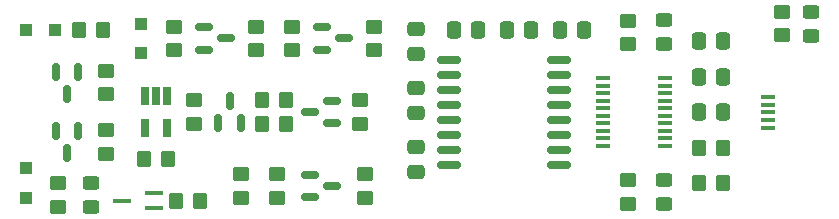
<source format=gbr>
%TF.GenerationSoftware,KiCad,Pcbnew,(6.0.7)*%
%TF.CreationDate,2022-10-12T10:01:19-04:00*%
%TF.ProjectId,minirib-usb,6d696e69-7269-4622-9d75-73622e6b6963,C*%
%TF.SameCoordinates,Original*%
%TF.FileFunction,Paste,Top*%
%TF.FilePolarity,Positive*%
%FSLAX46Y46*%
G04 Gerber Fmt 4.6, Leading zero omitted, Abs format (unit mm)*
G04 Created by KiCad (PCBNEW (6.0.7)) date 2022-10-12 10:01:19*
%MOMM*%
%LPD*%
G01*
G04 APERTURE LIST*
G04 Aperture macros list*
%AMRoundRect*
0 Rectangle with rounded corners*
0 $1 Rounding radius*
0 $2 $3 $4 $5 $6 $7 $8 $9 X,Y pos of 4 corners*
0 Add a 4 corners polygon primitive as box body*
4,1,4,$2,$3,$4,$5,$6,$7,$8,$9,$2,$3,0*
0 Add four circle primitives for the rounded corners*
1,1,$1+$1,$2,$3*
1,1,$1+$1,$4,$5*
1,1,$1+$1,$6,$7*
1,1,$1+$1,$8,$9*
0 Add four rect primitives between the rounded corners*
20,1,$1+$1,$2,$3,$4,$5,0*
20,1,$1+$1,$4,$5,$6,$7,0*
20,1,$1+$1,$6,$7,$8,$9,0*
20,1,$1+$1,$8,$9,$2,$3,0*%
G04 Aperture macros list end*
%ADD10RoundRect,0.250000X0.450000X-0.350000X0.450000X0.350000X-0.450000X0.350000X-0.450000X-0.350000X0*%
%ADD11RoundRect,0.250000X-0.475000X0.337500X-0.475000X-0.337500X0.475000X-0.337500X0.475000X0.337500X0*%
%ADD12RoundRect,0.150000X-0.875000X-0.150000X0.875000X-0.150000X0.875000X0.150000X-0.875000X0.150000X0*%
%ADD13RoundRect,0.250000X0.475000X-0.337500X0.475000X0.337500X-0.475000X0.337500X-0.475000X-0.337500X0*%
%ADD14R,1.300000X0.450000*%
%ADD15RoundRect,0.250000X-0.450000X0.350000X-0.450000X-0.350000X0.450000X-0.350000X0.450000X0.350000X0*%
%ADD16RoundRect,0.250000X0.337500X0.475000X-0.337500X0.475000X-0.337500X-0.475000X0.337500X-0.475000X0*%
%ADD17RoundRect,0.250000X-0.350000X-0.450000X0.350000X-0.450000X0.350000X0.450000X-0.350000X0.450000X0*%
%ADD18RoundRect,0.250000X0.450000X-0.325000X0.450000X0.325000X-0.450000X0.325000X-0.450000X-0.325000X0*%
%ADD19R,1.000000X1.000000*%
%ADD20R,0.650000X1.560000*%
%ADD21RoundRect,0.150000X0.150000X-0.587500X0.150000X0.587500X-0.150000X0.587500X-0.150000X-0.587500X0*%
%ADD22RoundRect,0.250000X-0.337500X-0.475000X0.337500X-0.475000X0.337500X0.475000X-0.337500X0.475000X0*%
%ADD23RoundRect,0.250000X0.350000X0.450000X-0.350000X0.450000X-0.350000X-0.450000X0.350000X-0.450000X0*%
%ADD24RoundRect,0.150000X-0.150000X0.587500X-0.150000X-0.587500X0.150000X-0.587500X0.150000X0.587500X0*%
%ADD25RoundRect,0.250000X-0.450000X0.325000X-0.450000X-0.325000X0.450000X-0.325000X0.450000X0.325000X0*%
%ADD26RoundRect,0.150000X0.587500X0.150000X-0.587500X0.150000X-0.587500X-0.150000X0.587500X-0.150000X0*%
%ADD27R,1.200000X0.400000*%
%ADD28R,1.500000X0.450000*%
%ADD29RoundRect,0.150000X-0.587500X-0.150000X0.587500X-0.150000X0.587500X0.150000X-0.587500X0.150000X0*%
G04 APERTURE END LIST*
D10*
%TO.C,R10*%
X118250000Y-103500000D03*
X118250000Y-101500000D03*
%TD*%
D11*
%TO.C,C7*%
X144500000Y-97962500D03*
X144500000Y-100037500D03*
%TD*%
D12*
%TO.C,U3*%
X147350000Y-95555000D03*
X147350000Y-96825000D03*
X147350000Y-98095000D03*
X147350000Y-99365000D03*
X147350000Y-100635000D03*
X147350000Y-101905000D03*
X147350000Y-103175000D03*
X147350000Y-104445000D03*
X156650000Y-104445000D03*
X156650000Y-103175000D03*
X156650000Y-101905000D03*
X156650000Y-100635000D03*
X156650000Y-99365000D03*
X156650000Y-98095000D03*
X156650000Y-96825000D03*
X156650000Y-95555000D03*
%TD*%
D13*
%TO.C,C9*%
X144500000Y-105037500D03*
X144500000Y-102962500D03*
%TD*%
D14*
%TO.C,J1*%
X174345000Y-101305000D03*
X174345000Y-100655000D03*
X174345000Y-100005000D03*
X174345000Y-99355000D03*
X174345000Y-98705000D03*
%TD*%
D15*
%TO.C,R3*%
X139750000Y-99000000D03*
X139750000Y-101000000D03*
%TD*%
D10*
%TO.C,R20*%
X134000000Y-94750000D03*
X134000000Y-92750000D03*
%TD*%
D16*
%TO.C,C6*%
X154287500Y-93000000D03*
X152212500Y-93000000D03*
%TD*%
D17*
%TO.C,R1*%
X168500000Y-103000000D03*
X170500000Y-103000000D03*
%TD*%
D10*
%TO.C,R14*%
X132750000Y-107250000D03*
X132750000Y-105250000D03*
%TD*%
D18*
%TO.C,D10*%
X165500000Y-94250000D03*
X165500000Y-92200000D03*
%TD*%
D13*
%TO.C,C8*%
X144500000Y-95037500D03*
X144500000Y-92962500D03*
%TD*%
D15*
%TO.C,R23*%
X162500000Y-92250000D03*
X162500000Y-94250000D03*
%TD*%
D19*
%TO.C,D7*%
X121250000Y-95000000D03*
X121250000Y-92500000D03*
%TD*%
D20*
%TO.C,U2*%
X123450000Y-98650000D03*
X122500000Y-98650000D03*
X121550000Y-98650000D03*
X121550000Y-101350000D03*
X123450000Y-101350000D03*
%TD*%
D10*
%TO.C,R13*%
X140250000Y-107250000D03*
X140250000Y-105250000D03*
%TD*%
D21*
%TO.C,Q2*%
X127800000Y-100937500D03*
X129700000Y-100937500D03*
X128750000Y-99062500D03*
%TD*%
D22*
%TO.C,C2*%
X147712500Y-93000000D03*
X149787500Y-93000000D03*
%TD*%
%TO.C,C10*%
X168462500Y-100000000D03*
X170537500Y-100000000D03*
%TD*%
D10*
%TO.C,R15*%
X129750000Y-107250000D03*
X129750000Y-105250000D03*
%TD*%
D23*
%TO.C,R5*%
X133500000Y-99000000D03*
X131500000Y-99000000D03*
%TD*%
D19*
%TO.C,D6*%
X111500000Y-104750000D03*
X111500000Y-107250000D03*
%TD*%
D17*
%TO.C,R21*%
X124250000Y-107500000D03*
X126250000Y-107500000D03*
%TD*%
D23*
%TO.C,R12*%
X123500000Y-104000000D03*
X121500000Y-104000000D03*
%TD*%
D15*
%TO.C,R16*%
X141000000Y-92750000D03*
X141000000Y-94750000D03*
%TD*%
D18*
%TO.C,D9*%
X117000000Y-108025000D03*
X117000000Y-105975000D03*
%TD*%
D23*
%TO.C,R2*%
X170500000Y-106000000D03*
X168500000Y-106000000D03*
%TD*%
D17*
%TO.C,R11*%
X116000000Y-93000000D03*
X118000000Y-93000000D03*
%TD*%
D10*
%TO.C,R18*%
X124000000Y-94750000D03*
X124000000Y-92750000D03*
%TD*%
D22*
%TO.C,C5*%
X156712500Y-93000000D03*
X158787500Y-93000000D03*
%TD*%
D15*
%TO.C,R19*%
X175500000Y-91500000D03*
X175500000Y-93500000D03*
%TD*%
%TO.C,R24*%
X162500000Y-105750000D03*
X162500000Y-107750000D03*
%TD*%
D24*
%TO.C,Q3*%
X115950000Y-101562500D03*
X114050000Y-101562500D03*
X115000000Y-103437500D03*
%TD*%
D16*
%TO.C,C1*%
X170537500Y-97000000D03*
X168462500Y-97000000D03*
%TD*%
D25*
%TO.C,D11*%
X165500000Y-105725000D03*
X165500000Y-107775000D03*
%TD*%
D26*
%TO.C,Q1*%
X137437500Y-100950000D03*
X137437500Y-99050000D03*
X135562500Y-100000000D03*
%TD*%
D15*
%TO.C,R17*%
X131000000Y-92750000D03*
X131000000Y-94750000D03*
%TD*%
D27*
%TO.C,U1*%
X160400000Y-97142500D03*
X160400000Y-97777500D03*
X160400000Y-98412500D03*
X160400000Y-99047500D03*
X160400000Y-99682500D03*
X160400000Y-100317500D03*
X160400000Y-100952500D03*
X160400000Y-101587500D03*
X160400000Y-102222500D03*
X160400000Y-102857500D03*
X165600000Y-102857500D03*
X165600000Y-102222500D03*
X165600000Y-101587500D03*
X165600000Y-100952500D03*
X165600000Y-100317500D03*
X165600000Y-99682500D03*
X165600000Y-99047500D03*
X165600000Y-98412500D03*
X165600000Y-97777500D03*
X165600000Y-97142500D03*
%TD*%
D28*
%TO.C,Q8*%
X122330000Y-108150000D03*
X122330000Y-106850000D03*
X119670000Y-107500000D03*
%TD*%
D29*
%TO.C,Q6*%
X136562500Y-92800000D03*
X136562500Y-94700000D03*
X138437500Y-93750000D03*
%TD*%
D24*
%TO.C,Q4*%
X115950000Y-96562500D03*
X114050000Y-96562500D03*
X115000000Y-98437500D03*
%TD*%
D29*
%TO.C,Q5*%
X135562500Y-105300000D03*
X135562500Y-107200000D03*
X137437500Y-106250000D03*
%TD*%
D16*
%TO.C,C4*%
X170537500Y-94000000D03*
X168462500Y-94000000D03*
%TD*%
D19*
%TO.C,D5*%
X114000000Y-93000000D03*
X111500000Y-93000000D03*
%TD*%
D29*
%TO.C,Q7*%
X126562500Y-92800000D03*
X126562500Y-94700000D03*
X128437500Y-93750000D03*
%TD*%
D15*
%TO.C,R9*%
X118250000Y-96500000D03*
X118250000Y-98500000D03*
%TD*%
D23*
%TO.C,R4*%
X133500000Y-101000000D03*
X131500000Y-101000000D03*
%TD*%
D25*
%TO.C,D8*%
X178000000Y-91475000D03*
X178000000Y-93525000D03*
%TD*%
D15*
%TO.C,R8*%
X125750000Y-99000000D03*
X125750000Y-101000000D03*
%TD*%
D10*
%TO.C,R22*%
X114250000Y-108000000D03*
X114250000Y-106000000D03*
%TD*%
M02*

</source>
